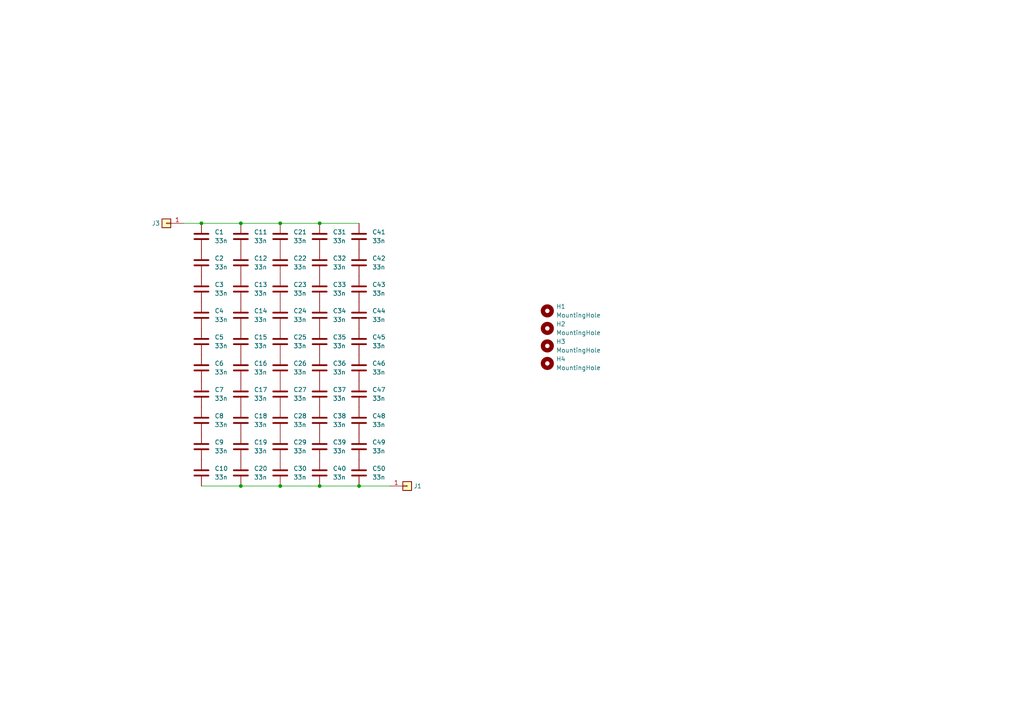
<source format=kicad_sch>
(kicad_sch (version 20250114) (generator "eeschema") (generator_version "9.0")
  (paper "A4")
  (lib_symbols
    (symbol "Connector_Generic:Conn_01x01" (pin_names (offset 1.016) (hide yes))
      (property "Reference" "J" (at 0 2.54 0))
      (property "Value" "Conn_01x01" (at 0 -2.54 0))
      (symbol "Conn_01x01_1_1"
        (rectangle (start -1.27 1.27) (end 1.27 -1.27) (stroke (width 0.254)) (fill (type background)))
        (rectangle (start -1.27 0.127) (end 0 -0.127) (stroke (width 0.1524)))
        (pin passive line (at -5.08 0 0) (length 3.81) (name "Pin_1") (number "1"))
      )
    )
    (symbol "Device:C" (pin_numbers (hide yes)) (pin_names (offset 0.254))
      (property "Reference" "C" (at 0.635 2.54 0))
      (property "Value" "C" (at 0.635 -2.54 0))
      (symbol "C_0_1"
        (polyline (pts (xy -2.032 0.762) (xy 2.032 0.762)) (stroke (width 0.508)))
        (polyline (pts (xy -2.032 -0.762) (xy 2.032 -0.762)) (stroke (width 0.508)))
      )
      (symbol "C_1_1"
        (pin passive line (at 0 3.81 270) (length 2.794) (name "~") (number "1"))
        (pin passive line (at 0 -3.81 90) (length 2.794) (name "~") (number "2"))
      )
    )
    (symbol "Mechanical:MountingHole" (pin_names (offset 1.016)) (in_bom no)
      (property "Reference" "H" (at 0 5.08 0))
      (property "Value" "MountingHole" (at 0 3.175 0))
      (symbol "MountingHole_0_1"
        (circle (center 0 0) (radius 1.27) (stroke (width 1.27)))
      )
    )
  )
  (junction (at 81.28 140.97))
  (junction (at 69.85 64.77))
  (junction (at 69.85 140.97))
  (junction (at 92.71 140.97))
  (junction (at 58.42 64.77))
  (junction (at 81.28 64.77))
  (junction (at 104.14 140.97))
  (junction (at 92.71 64.77))
  (wire (pts (xy 92.71 140.97) (xy 104.14 140.97)))
  (wire (pts (xy 92.71 64.77) (xy 104.14 64.77)))
  (wire (pts (xy 81.28 64.77) (xy 92.71 64.77)))
  (wire (pts (xy 69.85 64.77) (xy 81.28 64.77)))
  (wire (pts (xy 104.14 140.97) (xy 113.03 140.97)))
  (wire (pts (xy 58.42 64.77) (xy 69.85 64.77)))
  (wire (pts (xy 69.85 140.97) (xy 81.28 140.97)))
  (wire (pts (xy 81.28 140.97) (xy 92.71 140.97)))
  (wire (pts (xy 53.34 64.77) (xy 58.42 64.77)))
  (wire (pts (xy 58.42 140.97) (xy 69.85 140.97)))
  (symbol (lib_id "Mechanical:MountingHole") (at 158.75 95.25 0) (unit 1) (in_bom no)
    (property "Reference" "H2" (at 161.29 93.9799 0) (effects (justify left)))
    (property "Value" "MountingHole" (at 161.29 96.5199 0) (effects (justify left)))
    (property "Footprint" "MountingHole:MountingHole_5.3mm_M5" (effects (hide yes)))
    (property "Description" "Mounting Hole without connection" (effects (hide yes)))
  )
  (symbol (lib_id "Device:C") (at 81.28 83.82 0) (unit 1)
    (property "Reference" "C23" (at 85.09 82.5499 0) (effects (justify left)))
    (property "Value" "33n" (at 85.09 85.0899 0) (effects (justify left)))
    (property "Footprint" "Capacitor_THT:C_Rect_L18.0mm_W5.0mm_P15.00mm_FKS3_FKP3" (effects (hide yes)))
    (property "Description" "Unpolarized capacitor" (effects (hide yes)))
  )
  (symbol (lib_id "Device:C") (at 104.14 121.92 0) (unit 1)
    (property "Reference" "C48" (at 107.95 120.6499 0) (effects (justify left)))
    (property "Value" "33n" (at 107.95 123.1899 0) (effects (justify left)))
    (property "Footprint" "Capacitor_THT:C_Rect_L18.0mm_W5.0mm_P15.00mm_FKS3_FKP3" (effects (hide yes)))
    (property "Description" "Unpolarized capacitor" (effects (hide yes)))
  )
  (symbol (lib_id "Device:C") (at 104.14 91.44 0) (unit 1)
    (property "Reference" "C44" (at 107.95 90.1699 0) (effects (justify left)))
    (property "Value" "33n" (at 107.95 92.7099 0) (effects (justify left)))
    (property "Footprint" "Capacitor_THT:C_Rect_L18.0mm_W5.0mm_P15.00mm_FKS3_FKP3" (effects (hide yes)))
    (property "Description" "Unpolarized capacitor" (effects (hide yes)))
  )
  (symbol (lib_id "Device:C") (at 81.28 121.92 0) (unit 1)
    (property "Reference" "C28" (at 85.09 120.6499 0) (effects (justify left)))
    (property "Value" "33n" (at 85.09 123.1899 0) (effects (justify left)))
    (property "Footprint" "Capacitor_THT:C_Rect_L18.0mm_W5.0mm_P15.00mm_FKS3_FKP3" (effects (hide yes)))
    (property "Description" "Unpolarized capacitor" (effects (hide yes)))
  )
  (symbol (lib_id "Device:C") (at 92.71 91.44 0) (unit 1)
    (property "Reference" "C34" (at 96.52 90.1699 0) (effects (justify left)))
    (property "Value" "33n" (at 96.52 92.7099 0) (effects (justify left)))
    (property "Footprint" "Capacitor_THT:C_Rect_L18.0mm_W5.0mm_P15.00mm_FKS3_FKP3" (effects (hide yes)))
    (property "Description" "Unpolarized capacitor" (effects (hide yes)))
  )
  (symbol (lib_id "Device:C") (at 69.85 106.68 0) (unit 1)
    (property "Reference" "C16" (at 73.66 105.4099 0) (effects (justify left)))
    (property "Value" "33n" (at 73.66 107.9499 0) (effects (justify left)))
    (property "Footprint" "Capacitor_THT:C_Rect_L18.0mm_W5.0mm_P15.00mm_FKS3_FKP3" (effects (hide yes)))
    (property "Description" "Unpolarized capacitor" (effects (hide yes)))
  )
  (symbol (lib_id "Device:C") (at 104.14 129.54 0) (unit 1)
    (property "Reference" "C49" (at 107.95 128.2699 0) (effects (justify left)))
    (property "Value" "33n" (at 107.95 130.8099 0) (effects (justify left)))
    (property "Footprint" "Capacitor_THT:C_Rect_L18.0mm_W5.0mm_P15.00mm_FKS3_FKP3" (effects (hide yes)))
    (property "Description" "Unpolarized capacitor" (effects (hide yes)))
  )
  (symbol (lib_id "Device:C") (at 69.85 114.3 0) (unit 1)
    (property "Reference" "C17" (at 73.66 113.0299 0) (effects (justify left)))
    (property "Value" "33n" (at 73.66 115.5699 0) (effects (justify left)))
    (property "Footprint" "Capacitor_THT:C_Rect_L18.0mm_W5.0mm_P15.00mm_FKS3_FKP3" (effects (hide yes)))
    (property "Description" "Unpolarized capacitor" (effects (hide yes)))
  )
  (symbol (lib_id "Device:C") (at 58.42 114.3 0) (unit 1)
    (property "Reference" "C7" (at 62.23 113.0299 0) (effects (justify left)))
    (property "Value" "33n" (at 62.23 115.5699 0) (effects (justify left)))
    (property "Footprint" "Capacitor_THT:C_Rect_L18.0mm_W5.0mm_P15.00mm_FKS3_FKP3" (effects (hide yes)))
    (property "Description" "Unpolarized capacitor" (effects (hide yes)))
  )
  (symbol (lib_id "Device:C") (at 104.14 68.58 0) (unit 1)
    (property "Reference" "C41" (at 107.95 67.3099 0) (effects (justify left)))
    (property "Value" "33n" (at 107.95 69.8499 0) (effects (justify left)))
    (property "Footprint" "Capacitor_THT:C_Rect_L18.0mm_W5.0mm_P15.00mm_FKS3_FKP3" (effects (hide yes)))
    (property "Description" "Unpolarized capacitor" (effects (hide yes)))
  )
  (symbol (lib_id "Device:C") (at 81.28 76.2 0) (unit 1)
    (property "Reference" "C22" (at 85.09 74.9299 0) (effects (justify left)))
    (property "Value" "33n" (at 85.09 77.4699 0) (effects (justify left)))
    (property "Footprint" "Capacitor_THT:C_Rect_L18.0mm_W5.0mm_P15.00mm_FKS3_FKP3" (effects (hide yes)))
    (property "Description" "Unpolarized capacitor" (effects (hide yes)))
  )
  (symbol (lib_id "Device:C") (at 92.71 83.82 0) (unit 1)
    (property "Reference" "C33" (at 96.52 82.5499 0) (effects (justify left)))
    (property "Value" "33n" (at 96.52 85.0899 0) (effects (justify left)))
    (property "Footprint" "Capacitor_THT:C_Rect_L18.0mm_W5.0mm_P15.00mm_FKS3_FKP3" (effects (hide yes)))
    (property "Description" "Unpolarized capacitor" (effects (hide yes)))
  )
  (symbol (lib_id "Device:C") (at 69.85 83.82 0) (unit 1)
    (property "Reference" "C13" (at 73.66 82.5499 0) (effects (justify left)))
    (property "Value" "33n" (at 73.66 85.0899 0) (effects (justify left)))
    (property "Footprint" "Capacitor_THT:C_Rect_L18.0mm_W5.0mm_P15.00mm_FKS3_FKP3" (effects (hide yes)))
    (property "Description" "Unpolarized capacitor" (effects (hide yes)))
  )
  (symbol (lib_id "Device:C") (at 58.42 137.16 0) (unit 1)
    (property "Reference" "C10" (at 62.23 135.8899 0) (effects (justify left)))
    (property "Value" "33n" (at 62.23 138.4299 0) (effects (justify left)))
    (property "Footprint" "Capacitor_THT:C_Rect_L18.0mm_W5.0mm_P15.00mm_FKS3_FKP3" (effects (hide yes)))
    (property "Description" "Unpolarized capacitor" (effects (hide yes)))
  )
  (symbol (lib_id "Device:C") (at 104.14 137.16 0) (unit 1)
    (property "Reference" "C50" (at 107.95 135.8899 0) (effects (justify left)))
    (property "Value" "33n" (at 107.95 138.4299 0) (effects (justify left)))
    (property "Footprint" "Capacitor_THT:C_Rect_L18.0mm_W5.0mm_P15.00mm_FKS3_FKP3" (effects (hide yes)))
    (property "Description" "Unpolarized capacitor" (effects (hide yes)))
  )
  (symbol (lib_id "Device:C") (at 58.42 106.68 0) (unit 1)
    (property "Reference" "C6" (at 62.23 105.4099 0) (effects (justify left)))
    (property "Value" "33n" (at 62.23 107.9499 0) (effects (justify left)))
    (property "Footprint" "Capacitor_THT:C_Rect_L18.0mm_W5.0mm_P15.00mm_FKS3_FKP3" (effects (hide yes)))
    (property "Description" "Unpolarized capacitor" (effects (hide yes)))
  )
  (symbol (lib_id "Device:C") (at 92.71 129.54 0) (unit 1)
    (property "Reference" "C39" (at 96.52 128.2699 0) (effects (justify left)))
    (property "Value" "33n" (at 96.52 130.8099 0) (effects (justify left)))
    (property "Footprint" "Capacitor_THT:C_Rect_L18.0mm_W5.0mm_P15.00mm_FKS3_FKP3" (effects (hide yes)))
    (property "Description" "Unpolarized capacitor" (effects (hide yes)))
  )
  (symbol (lib_id "Mechanical:MountingHole") (at 158.75 105.41 0) (unit 1) (in_bom no)
    (property "Reference" "H4" (at 161.29 104.1399 0) (effects (justify left)))
    (property "Value" "MountingHole" (at 161.29 106.6799 0) (effects (justify left)))
    (property "Footprint" "MountingHole:MountingHole_5.3mm_M5" (effects (hide yes)))
    (property "Description" "Mounting Hole without connection" (effects (hide yes)))
  )
  (symbol (lib_id "Connector_Generic:Conn_01x01") (at 118.11 140.97 0) (unit 1)
    (property "Reference" "J1" (at 121.158 140.97 0))
    (property "Value" "Conn_01x01" (effects (hide yes)))
    (property "Footprint" "Project:M6 Lug" (effects (hide yes)))
    (property "Description" "Generic connector, single row, 01x01, script generated (kicad-library-utils/schlib/autogen/connector/)" (effects (hide yes)))
  )
  (symbol (lib_id "Device:C") (at 92.71 106.68 0) (unit 1)
    (property "Reference" "C36" (at 96.52 105.4099 0) (effects (justify left)))
    (property "Value" "33n" (at 96.52 107.9499 0) (effects (justify left)))
    (property "Footprint" "Capacitor_THT:C_Rect_L18.0mm_W5.0mm_P15.00mm_FKS3_FKP3" (effects (hide yes)))
    (property "Description" "Unpolarized capacitor" (effects (hide yes)))
  )
  (symbol (lib_id "Device:C") (at 69.85 99.06 0) (unit 1)
    (property "Reference" "C15" (at 73.66 97.7899 0) (effects (justify left)))
    (property "Value" "33n" (at 73.66 100.3299 0) (effects (justify left)))
    (property "Footprint" "Capacitor_THT:C_Rect_L18.0mm_W5.0mm_P15.00mm_FKS3_FKP3" (effects (hide yes)))
    (property "Description" "Unpolarized capacitor" (effects (hide yes)))
  )
  (symbol (lib_id "Device:C") (at 58.42 83.82 0) (unit 1)
    (property "Reference" "C3" (at 62.23 82.5499 0) (effects (justify left)))
    (property "Value" "33n" (at 62.23 85.0899 0) (effects (justify left)))
    (property "Footprint" "Capacitor_THT:C_Rect_L18.0mm_W5.0mm_P15.00mm_FKS3_FKP3" (effects (hide yes)))
    (property "Description" "Unpolarized capacitor" (effects (hide yes)))
  )
  (symbol (lib_id "Device:C") (at 69.85 121.92 0) (unit 1)
    (property "Reference" "C18" (at 73.66 120.6499 0) (effects (justify left)))
    (property "Value" "33n" (at 73.66 123.1899 0) (effects (justify left)))
    (property "Footprint" "Capacitor_THT:C_Rect_L18.0mm_W5.0mm_P15.00mm_FKS3_FKP3" (effects (hide yes)))
    (property "Description" "Unpolarized capacitor" (effects (hide yes)))
  )
  (symbol (lib_id "Mechanical:MountingHole") (at 158.75 100.33 0) (unit 1) (in_bom no)
    (property "Reference" "H3" (at 161.29 99.0599 0) (effects (justify left)))
    (property "Value" "MountingHole" (at 161.29 101.5999 0) (effects (justify left)))
    (property "Footprint" "MountingHole:MountingHole_5.3mm_M5" (effects (hide yes)))
    (property "Description" "Mounting Hole without connection" (effects (hide yes)))
  )
  (symbol (lib_id "Device:C") (at 58.42 76.2 0) (unit 1)
    (property "Reference" "C2" (at 62.23 74.9299 0) (effects (justify left)))
    (property "Value" "33n" (at 62.23 77.4699 0) (effects (justify left)))
    (property "Footprint" "Capacitor_THT:C_Rect_L18.0mm_W5.0mm_P15.00mm_FKS3_FKP3" (effects (hide yes)))
    (property "Description" "Unpolarized capacitor" (effects (hide yes)))
  )
  (symbol (lib_id "Device:C") (at 104.14 106.68 0) (unit 1)
    (property "Reference" "C46" (at 107.95 105.4099 0) (effects (justify left)))
    (property "Value" "33n" (at 107.95 107.9499 0) (effects (justify left)))
    (property "Footprint" "Capacitor_THT:C_Rect_L18.0mm_W5.0mm_P15.00mm_FKS3_FKP3" (effects (hide yes)))
    (property "Description" "Unpolarized capacitor" (effects (hide yes)))
  )
  (symbol (lib_id "Device:C") (at 92.71 76.2 0) (unit 1)
    (property "Reference" "C32" (at 96.52 74.9299 0) (effects (justify left)))
    (property "Value" "33n" (at 96.52 77.4699 0) (effects (justify left)))
    (property "Footprint" "Capacitor_THT:C_Rect_L18.0mm_W5.0mm_P15.00mm_FKS3_FKP3" (effects (hide yes)))
    (property "Description" "Unpolarized capacitor" (effects (hide yes)))
  )
  (symbol (lib_id "Device:C") (at 58.42 68.58 0) (unit 1)
    (property "Reference" "C1" (at 62.23 67.3099 0) (effects (justify left)))
    (property "Value" "33n" (at 62.23 69.8499 0) (effects (justify left)))
    (property "Footprint" "Capacitor_THT:C_Rect_L18.0mm_W5.0mm_P15.00mm_FKS3_FKP3" (effects (hide yes)))
    (property "Description" "Unpolarized capacitor" (effects (hide yes)))
  )
  (symbol (lib_id "Device:C") (at 81.28 106.68 0) (unit 1)
    (property "Reference" "C26" (at 85.09 105.4099 0) (effects (justify left)))
    (property "Value" "33n" (at 85.09 107.9499 0) (effects (justify left)))
    (property "Footprint" "Capacitor_THT:C_Rect_L18.0mm_W5.0mm_P15.00mm_FKS3_FKP3" (effects (hide yes)))
    (property "Description" "Unpolarized capacitor" (effects (hide yes)))
  )
  (symbol (lib_id "Device:C") (at 92.71 114.3 0) (unit 1)
    (property "Reference" "C37" (at 96.52 113.0299 0) (effects (justify left)))
    (property "Value" "33n" (at 96.52 115.5699 0) (effects (justify left)))
    (property "Footprint" "Capacitor_THT:C_Rect_L18.0mm_W5.0mm_P15.00mm_FKS3_FKP3" (effects (hide yes)))
    (property "Description" "Unpolarized capacitor" (effects (hide yes)))
  )
  (symbol (lib_id "Device:C") (at 69.85 129.54 0) (unit 1)
    (property "Reference" "C19" (at 73.66 128.2699 0) (effects (justify left)))
    (property "Value" "33n" (at 73.66 130.8099 0) (effects (justify left)))
    (property "Footprint" "Capacitor_THT:C_Rect_L18.0mm_W5.0mm_P15.00mm_FKS3_FKP3" (effects (hide yes)))
    (property "Description" "Unpolarized capacitor" (effects (hide yes)))
  )
  (symbol (lib_id "Device:C") (at 58.42 99.06 0) (unit 1)
    (property "Reference" "C5" (at 62.23 97.7899 0) (effects (justify left)))
    (property "Value" "33n" (at 62.23 100.3299 0) (effects (justify left)))
    (property "Footprint" "Capacitor_THT:C_Rect_L18.0mm_W5.0mm_P15.00mm_FKS3_FKP3" (effects (hide yes)))
    (property "Description" "Unpolarized capacitor" (effects (hide yes)))
  )
  (symbol (lib_id "Device:C") (at 81.28 99.06 0) (unit 1)
    (property "Reference" "C25" (at 85.09 97.7899 0) (effects (justify left)))
    (property "Value" "33n" (at 85.09 100.3299 0) (effects (justify left)))
    (property "Footprint" "Capacitor_THT:C_Rect_L18.0mm_W5.0mm_P15.00mm_FKS3_FKP3" (effects (hide yes)))
    (property "Description" "Unpolarized capacitor" (effects (hide yes)))
  )
  (symbol (lib_id "Device:C") (at 81.28 129.54 0) (unit 1)
    (property "Reference" "C29" (at 85.09 128.2699 0) (effects (justify left)))
    (property "Value" "33n" (at 85.09 130.8099 0) (effects (justify left)))
    (property "Footprint" "Capacitor_THT:C_Rect_L18.0mm_W5.0mm_P15.00mm_FKS3_FKP3" (effects (hide yes)))
    (property "Description" "Unpolarized capacitor" (effects (hide yes)))
  )
  (symbol (lib_id "Device:C") (at 81.28 114.3 0) (unit 1)
    (property "Reference" "C27" (at 85.09 113.0299 0) (effects (justify left)))
    (property "Value" "33n" (at 85.09 115.5699 0) (effects (justify left)))
    (property "Footprint" "Capacitor_THT:C_Rect_L18.0mm_W5.0mm_P15.00mm_FKS3_FKP3" (effects (hide yes)))
    (property "Description" "Unpolarized capacitor" (effects (hide yes)))
  )
  (symbol (lib_id "Device:C") (at 58.42 129.54 0) (unit 1)
    (property "Reference" "C9" (at 62.23 128.2699 0) (effects (justify left)))
    (property "Value" "33n" (at 62.23 130.8099 0) (effects (justify left)))
    (property "Footprint" "Capacitor_THT:C_Rect_L18.0mm_W5.0mm_P15.00mm_FKS3_FKP3" (effects (hide yes)))
    (property "Description" "Unpolarized capacitor" (effects (hide yes)))
  )
  (symbol (lib_id "Device:C") (at 81.28 137.16 0) (unit 1)
    (property "Reference" "C30" (at 85.09 135.8899 0) (effects (justify left)))
    (property "Value" "33n" (at 85.09 138.4299 0) (effects (justify left)))
    (property "Footprint" "Capacitor_THT:C_Rect_L18.0mm_W5.0mm_P15.00mm_FKS3_FKP3" (effects (hide yes)))
    (property "Description" "Unpolarized capacitor" (effects (hide yes)))
  )
  (symbol (lib_id "Device:C") (at 81.28 68.58 0) (unit 1)
    (property "Reference" "C21" (at 85.09 67.3099 0) (effects (justify left)))
    (property "Value" "33n" (at 85.09 69.8499 0) (effects (justify left)))
    (property "Footprint" "Capacitor_THT:C_Rect_L18.0mm_W5.0mm_P15.00mm_FKS3_FKP3" (effects (hide yes)))
    (property "Description" "Unpolarized capacitor" (effects (hide yes)))
  )
  (symbol (lib_id "Device:C") (at 69.85 91.44 0) (unit 1)
    (property "Reference" "C14" (at 73.66 90.1699 0) (effects (justify left)))
    (property "Value" "33n" (at 73.66 92.7099 0) (effects (justify left)))
    (property "Footprint" "Capacitor_THT:C_Rect_L18.0mm_W5.0mm_P15.00mm_FKS3_FKP3" (effects (hide yes)))
    (property "Description" "Unpolarized capacitor" (effects (hide yes)))
  )
  (symbol (lib_id "Device:C") (at 69.85 137.16 0) (unit 1)
    (property "Reference" "C20" (at 73.66 135.8899 0) (effects (justify left)))
    (property "Value" "33n" (at 73.66 138.4299 0) (effects (justify left)))
    (property "Footprint" "Capacitor_THT:C_Rect_L18.0mm_W5.0mm_P15.00mm_FKS3_FKP3" (effects (hide yes)))
    (property "Description" "Unpolarized capacitor" (effects (hide yes)))
  )
  (symbol (lib_id "Device:C") (at 104.14 83.82 0) (unit 1)
    (property "Reference" "C43" (at 107.95 82.5499 0) (effects (justify left)))
    (property "Value" "33n" (at 107.95 85.0899 0) (effects (justify left)))
    (property "Footprint" "Capacitor_THT:C_Rect_L18.0mm_W5.0mm_P15.00mm_FKS3_FKP3" (effects (hide yes)))
    (property "Description" "Unpolarized capacitor" (effects (hide yes)))
  )
  (symbol (lib_id "Connector_Generic:Conn_01x01") (at 48.26 64.77 180) (unit 1)
    (property "Reference" "J3" (at 45.212 64.77 0))
    (property "Value" "Conn_01x01" (effects (hide yes)))
    (property "Footprint" "Project:M6 Lug" (effects (hide yes)))
    (property "Description" "Generic connector, single row, 01x01, script generated (kicad-library-utils/schlib/autogen/connector/)" (effects (hide yes)))
  )
  (symbol (lib_id "Mechanical:MountingHole") (at 158.75 90.17 0) (unit 1) (in_bom no)
    (property "Reference" "H1" (at 161.29 88.8999 0) (effects (justify left)))
    (property "Value" "MountingHole" (at 161.29 91.4399 0) (effects (justify left)))
    (property "Footprint" "MountingHole:MountingHole_5.3mm_M5" (effects (hide yes)))
    (property "Description" "Mounting Hole without connection" (effects (hide yes)))
  )
  (symbol (lib_id "Device:C") (at 69.85 68.58 0) (unit 1)
    (property "Reference" "C11" (at 73.66 67.3099 0) (effects (justify left)))
    (property "Value" "33n" (at 73.66 69.8499 0) (effects (justify left)))
    (property "Footprint" "Capacitor_THT:C_Rect_L18.0mm_W5.0mm_P15.00mm_FKS3_FKP3" (effects (hide yes)))
    (property "Description" "Unpolarized capacitor" (effects (hide yes)))
  )
  (symbol (lib_id "Device:C") (at 104.14 76.2 0) (unit 1)
    (property "Reference" "C42" (at 107.95 74.9299 0) (effects (justify left)))
    (property "Value" "33n" (at 107.95 77.4699 0) (effects (justify left)))
    (property "Footprint" "Capacitor_THT:C_Rect_L18.0mm_W5.0mm_P15.00mm_FKS3_FKP3" (effects (hide yes)))
    (property "Description" "Unpolarized capacitor" (effects (hide yes)))
  )
  (symbol (lib_id "Device:C") (at 92.71 99.06 0) (unit 1)
    (property "Reference" "C35" (at 96.52 97.7899 0) (effects (justify left)))
    (property "Value" "33n" (at 96.52 100.3299 0) (effects (justify left)))
    (property "Footprint" "Capacitor_THT:C_Rect_L18.0mm_W5.0mm_P15.00mm_FKS3_FKP3" (effects (hide yes)))
    (property "Description" "Unpolarized capacitor" (effects (hide yes)))
  )
  (symbol (lib_id "Device:C") (at 104.14 99.06 0) (unit 1)
    (property "Reference" "C45" (at 107.95 97.7899 0) (effects (justify left)))
    (property "Value" "33n" (at 107.95 100.3299 0) (effects (justify left)))
    (property "Footprint" "Capacitor_THT:C_Rect_L18.0mm_W5.0mm_P15.00mm_FKS3_FKP3" (effects (hide yes)))
    (property "Description" "Unpolarized capacitor" (effects (hide yes)))
  )
  (symbol (lib_id "Device:C") (at 58.42 121.92 0) (unit 1)
    (property "Reference" "C8" (at 62.23 120.6499 0) (effects (justify left)))
    (property "Value" "33n" (at 62.23 123.1899 0) (effects (justify left)))
    (property "Footprint" "Capacitor_THT:C_Rect_L18.0mm_W5.0mm_P15.00mm_FKS3_FKP3" (effects (hide yes)))
    (property "Description" "Unpolarized capacitor" (effects (hide yes)))
  )
  (symbol (lib_id "Device:C") (at 69.85 76.2 0) (unit 1)
    (property "Reference" "C12" (at 73.66 74.9299 0) (effects (justify left)))
    (property "Value" "33n" (at 73.66 77.4699 0) (effects (justify left)))
    (property "Footprint" "Capacitor_THT:C_Rect_L18.0mm_W5.0mm_P15.00mm_FKS3_FKP3" (effects (hide yes)))
    (property "Description" "Unpolarized capacitor" (effects (hide yes)))
  )
  (symbol (lib_id "Device:C") (at 81.28 91.44 0) (unit 1)
    (property "Reference" "C24" (at 85.09 90.1699 0) (effects (justify left)))
    (property "Value" "33n" (at 85.09 92.7099 0) (effects (justify left)))
    (property "Footprint" "Capacitor_THT:C_Rect_L18.0mm_W5.0mm_P15.00mm_FKS3_FKP3" (effects (hide yes)))
    (property "Description" "Unpolarized capacitor" (effects (hide yes)))
  )
  (symbol (lib_id "Device:C") (at 58.42 91.44 0) (unit 1)
    (property "Reference" "C4" (at 62.23 90.1699 0) (effects (justify left)))
    (property "Value" "33n" (at 62.23 92.7099 0) (effects (justify left)))
    (property "Footprint" "Capacitor_THT:C_Rect_L18.0mm_W5.0mm_P15.00mm_FKS3_FKP3" (effects (hide yes)))
    (property "Description" "Unpolarized capacitor" (effects (hide yes)))
  )
  (symbol (lib_id "Device:C") (at 104.14 114.3 0) (unit 1)
    (property "Reference" "C47" (at 107.95 113.0299 0) (effects (justify left)))
    (property "Value" "33n" (at 107.95 115.5699 0) (effects (justify left)))
    (property "Footprint" "Capacitor_THT:C_Rect_L18.0mm_W5.0mm_P15.00mm_FKS3_FKP3" (effects (hide yes)))
    (property "Description" "Unpolarized capacitor" (effects (hide yes)))
  )
  (symbol (lib_id "Device:C") (at 92.71 121.92 0) (unit 1)
    (property "Reference" "C38" (at 96.52 120.6499 0) (effects (justify left)))
    (property "Value" "33n" (at 96.52 123.1899 0) (effects (justify left)))
    (property "Footprint" "Capacitor_THT:C_Rect_L18.0mm_W5.0mm_P15.00mm_FKS3_FKP3" (effects (hide yes)))
    (property "Description" "Unpolarized capacitor" (effects (hide yes)))
  )
  (symbol (lib_id "Device:C") (at 92.71 68.58 0) (unit 1)
    (property "Reference" "C31" (at 96.52 67.3099 0) (effects (justify left)))
    (property "Value" "33n" (at 96.52 69.8499 0) (effects (justify left)))
    (property "Footprint" "Capacitor_THT:C_Rect_L18.0mm_W5.0mm_P15.00mm_FKS3_FKP3" (effects (hide yes)))
    (property "Description" "Unpolarized capacitor" (effects (hide yes)))
  )
  (symbol (lib_id "Device:C") (at 92.71 137.16 0) (unit 1)
    (property "Reference" "C40" (at 96.52 135.8899 0) (effects (justify left)))
    (property "Value" "33n" (at 96.52 138.4299 0) (effects (justify left)))
    (property "Footprint" "Capacitor_THT:C_Rect_L18.0mm_W5.0mm_P15.00mm_FKS3_FKP3" (effects (hide yes)))
    (property "Description" "Unpolarized capacitor" (effects (hide yes)))
  )
)
</source>
